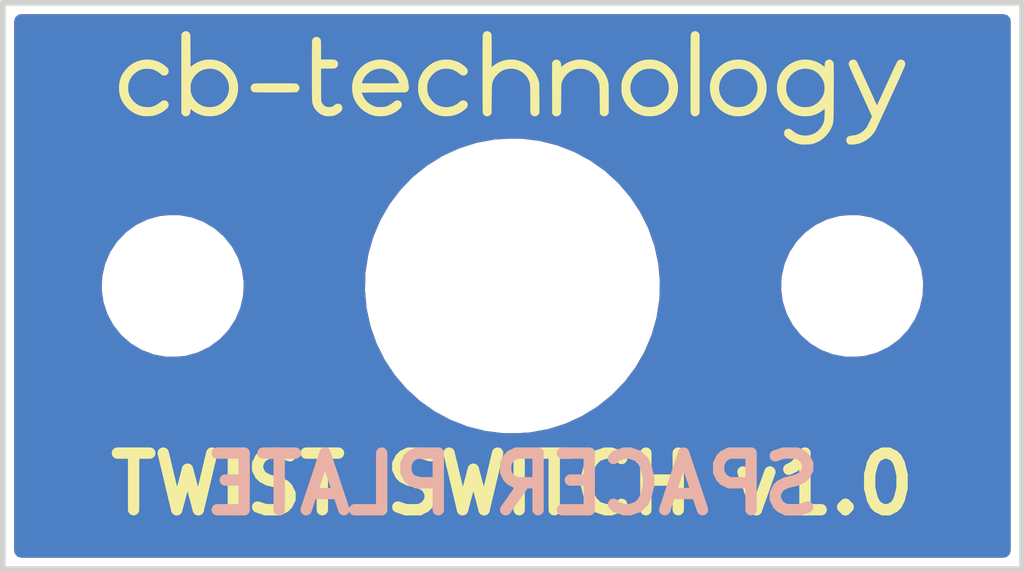
<source format=kicad_pcb>
(kicad_pcb (version 20221018) (generator pcbnew)
  (title_block (title "TWIST SWITCH SPACER PLATE") (date "2023-08-02") (rev "v1.0") (company "cb-technology"))
  (layers (0 "F.Cu" signal) (31 "B.Cu" signal) (34 "B.Paste" user) (35 "F.Paste" user) (36 "B.SilkS" user "B.Silkscreen") (37 "F.SilkS" user "F.Silkscreen") (38 "B.Mask" user) (39 "F.Mask" user) (44 "Edge.Cuts" user))
  (net 0 "")
  (footprint "LOGO" (layer "F.Cu") (at 200 146.5)
    (fp_text reference "G***" hide)
    (fp_text value "LOGO" hide)
    (fp_poly (pts (xy 3.239801 -0.998702) (xy 3.263624 -0.99037) (xy 3.265135 -0.989509) (xy 3.281186 -0.977049) (xy 3.294048 -0.96169) (xy 3.295429 -0.959384) (xy 3.305796 -0.940938) (xy 3.305796 0.445978) (xy 3.294022 0.46607) (xy 3.27762 0.485476) (xy 3.256055 0.498494) (xy 3.231443 0.504456) (xy 3.205903 0.502696) (xy 3.192133 0.498154) (xy 3.174485 0.486213) (xy 3.159306 0.468213) (xy 3.149213 0.447354) (xy 3.148439 0.444706) (xy 3.14769 0.437521) (xy 3.147022 0.421795) (xy 3.146436 0.397465) (xy 3.145932 0.364467) (xy 3.145508 0.322738) (xy 3.145165 0.272215) (xy 3.144902 0.212834) (xy 3.144719 0.144533) (xy 3.144616 0.067246) (xy 3.144592 -0.019087) (xy 3.144647 -0.114532) (xy 3.14478 -0.219151) (xy 3.144845 -0.257681) (xy 3.145016 -0.350928) (xy 3.145184 -0.435361) (xy 3.145355 -0.511429) (xy 3.145535 -0.579577) (xy 3.145731 -0.640253) (xy 3.145947 -0.693904) (xy 3.146191 -0.740977) (xy 3.146468 -0.781918) (xy 3.146784 -0.817175) (xy 3.147144 -0.847194) (xy 3.147556 -0.872423) (xy 3.148024 -0.893309) (xy 3.148556 -0.910297) (xy 3.149155 -0.923836) (xy 3.14983 -0.934373) (xy 3.150585 -0.942353) (xy 3.151427 -0.948225) (xy 3.152362 -0.952434) (xy 3.153395 -0.955429) (xy 3.15416 -0.957006) (xy 3.17014 -0.977518) (xy 3.191067 -0.991693) (xy 3.214951 -0.998949)) (fill solid) (layer "F.SilkS"))
    (fp_poly (pts (xy -4.125512 -0.078498) (xy -4.067214 -0.078465) (xy -4.016909 -0.078392) (xy -3.973963 -0.078264) (xy -3.937743 -0.078068) (xy -3.907615 -0.077788) (xy -3.882945 -0.077411) (xy -3.8631 -0.076921) (xy -3.847445 -0.076305) (xy -3.835349 -0.075547) (xy -3.826176 -0.074634) (xy -3.819293 -0.073551) (xy -3.814067 -0.072283) (xy -3.809864 -0.070816) (xy -3.807297 -0.069711) (xy -3.788159 -0.056507) (xy -3.772496 -0.037207) (xy -3.762624 -0.014907) (xy -3.761138 -0.008095) (xy -3.761744 0.014816) (xy -3.769702 0.037807) (xy -3.783519 0.058219) (xy -3.8017 0.073392) (xy -3.808941 0.077024) (xy -3.81651 0.078253) (xy -3.832461 0.07936) (xy -3.855926 0.080343) (xy -3.886039 0.081204) (xy -3.921934 0.081942) (xy -3.962742 0.082558) (xy -4.007599 0.083052) (xy -4.055637 0.083424) (xy -4.10599 0.083675) (xy -4.157791 0.083804) (xy -4.210174 0.083812) (xy -4.262271 0.083699) (xy -4.313216 0.083466) (xy -4.362144 0.083112) (xy -4.408186 0.082637) (xy -4.450476 0.082043) (xy -4.488148 0.081329) (xy -4.520335 0.080495) (xy -4.546171 0.079542) (xy -4.564788 0.07847) (xy -4.575321 0.077278) (xy -4.576952 0.076827) (xy -4.59592 0.063983) (xy -4.611161 0.044984) (xy -4.621167 0.022567) (xy -4.624432 -0.000532) (xy -4.623733 -0.008095) (xy -4.616049 -0.030693) (xy -4.60188 -0.051217) (xy -4.583541 -0.066575) (xy -4.577574 -0.069711) (xy -4.573703 -0.07132) (xy -4.569234 -0.07272) (xy -4.563535 -0.073926) (xy -4.555971 -0.074952) (xy -4.54591 -0.075812) (xy -4.532717 -0.076522) (xy -4.515758 -0.077095) (xy -4.494401 -0.077546) (xy -4.468011 -0.07789) (xy -4.435956 -0.078141) (xy -4.397601 -0.078313) (xy -4.352312 -0.078421) (xy -4.299457 -0.07848) (xy -4.238401 -0.078503) (xy -4.192435 -0.078506)) (fill solid) (layer "F.SilkS"))
    (fp_poly (pts (xy 4.069173 -0.492733) (xy 4.121985 -0.481828) (xy 4.179315 -0.462467) (xy 4.234691 -0.434849) (xy 4.287084 -0.399932) (xy 4.335462 -0.358674) (xy 4.378798 -0.312032) (xy 4.416061 -0.260963) (xy 4.446222 -0.206425) (xy 4.463374 -0.164364) (xy 4.479596 -0.104508) (xy 4.488434 -0.041144) (xy 4.489874 0.023636) (xy 4.483907 0.087738) (xy 4.470521 0.14907) (xy 4.465188 0.166222) (xy 4.440817 0.224901) (xy 4.408438 0.280165) (xy 4.368932 0.3312) (xy 4.323177 0.377189) (xy 4.272054 0.417317) (xy 4.216443 0.450768) (xy 4.157224 0.476726) (xy 4.116591 0.489358) (xy 4.083276 0.496055) (xy 4.044223 0.5007) (xy 4.002473 0.503177) (xy 3.961066 0.503375) (xy 3.923045 0.501178) (xy 3.896836 0.497569) (xy 3.830739 0.48055) (xy 3.768753 0.455235) (xy 3.710903 0.421637) (xy 3.657208 0.379769) (xy 3.620784 0.344134) (xy 3.577433 0.291781) (xy 3.542829 0.23673) (xy 3.516744 0.178434) (xy 3.498947 0.116347) (xy 3.489209 0.049922) (xy 3.487751 0.027511) (xy 3.488379 -0.016016) (xy 3.649723 -0.016016) (xy 3.650519 0.039445) (xy 3.659416 0.091059) (xy 3.676707 0.13996) (xy 3.70243 0.186883) (xy 3.737041 0.232246) (xy 3.777393 0.270407) (xy 3.823121 0.301111) (xy 3.87386 0.324101) (xy 3.914637 0.336047) (xy 3.942887 0.34025) (xy 3.976783 0.341698) (xy 4.013179 0.340547) (xy 4.048931 0.336953) (xy 4.080893 0.331072) (xy 4.095206 0.327087) (xy 4.144069 0.306956) (xy 4.188107 0.279527) (xy 4.222658 0.250018) (xy 4.260891 0.207026) (xy 4.290677 0.160367) (xy 4.311901 0.110326) (xy 4.324452 0.057191) (xy 4.328216 0.001248) (xy 4.32761 -0.016121) (xy 4.321509 -0.067724) (xy 4.309065 -0.114071) (xy 4.289558 -0.15674) (xy 4.262271 -0.197312) (xy 4.227321 -0.236523) (xy 4.206555 -0.256823) (xy 4.189474 -0.271883) (xy 4.173733 -0.283491) (xy 4.156987 -0.293435) (xy 4.143821 -0.300162) (xy 4.11041 -0.31521) (xy 4.080243 -0.325486) (xy 4.050006 -0.331742) (xy 4.016386 -0.334725) (xy 3.988717 -0.335269) (xy 3.950695 -0.334149) (xy 3.918404 -0.330288) (xy 3.88853 -0.322937) (xy 3.857759 -0.311346) (xy 3.833613 -0.300162) (xy 3.814842 -0.290329) (xy 3.798673 -0.280048) (xy 3.782759 -0.267531) (xy 3.764755 -0.250991) (xy 3.750112 -0.236523) (xy 3.714341 -0.196261) (xy 3.687096 -0.155417) (xy 3.667688 -0.112481) (xy 3.655429 -0.065942) (xy 3.649723 -0.016016) (xy 3.488379 -0.016016) (xy 3.488758 -0.042249) (xy 3.498403 -0.10869) (xy 3.516655 -0.171738) (xy 3.543486 -0.231318) (xy 3.578866 -0.287355) (xy 3.622766 -0.339773) (xy 3.637235 -0.354432) (xy 3.68954 -0.399343) (xy 3.745968 -0.436129) (xy 3.805925 -0.464635) (xy 3.868818 -0.484704) (xy 3.934053 -0.496181) (xy 4.001036 -0.49891)) (fill solid) (layer "F.SilkS"))
    (fp_poly (pts (xy -6.361626 -0.491335) (xy -6.295211 -0.475184) (xy -6.272191 -0.467427) (xy -6.240909 -0.454358) (xy -6.208562 -0.43775) (xy -6.176655 -0.418663) (xy -6.146697 -0.398162) (xy -6.120194 -0.377308) (xy -6.098655 -0.357165) (xy -6.083585 -0.338795) (xy -6.07935 -0.331462) (xy -6.071456 -0.306083) (xy -6.071603 -0.281442) (xy -6.078781 -0.258859) (xy -6.091979 -0.239652) (xy -6.110189 -0.225141) (xy -6.132398 -0.216645) (xy -6.157597 -0.215483) (xy -6.166968 -0.21706) (xy -6.176351 -0.219364) (xy -6.184231 -0.222202) (xy -6.192331 -0.226677) (xy -6.202376 -0.233896) (xy -6.216091 -0.244964) (xy -6.234233 -0.26017) (xy -6.273491 -0.288313) (xy -6.317404 -0.31125) (xy -6.361575 -0.326886) (xy -6.387344 -0.331707) (xy -6.418895 -0.334511) (xy -6.453056 -0.335288) (xy -6.486658 -0.33403) (xy -6.516528 -0.330728) (xy -6.532884 -0.327366) (xy -6.584378 -0.309076) (xy -6.632206 -0.282732) (xy -6.675388 -0.24914) (xy -6.712945 -0.209107) (xy -6.743897 -0.16344) (xy -6.753201 -0.145844) (xy -6.77029 -0.105881) (xy -6.781107 -0.067017) (xy -6.786257 -0.026202) (xy -6.786345 0.019613) (xy -6.786288 0.020835) (xy -6.780393 0.074192) (xy -6.76765 0.122244) (xy -6.747435 0.166403) (xy -6.719121 0.208081) (xy -6.687988 0.242846) (xy -6.647626 0.278659) (xy -6.6058 0.305836) (xy -6.561146 0.324977) (xy -6.512301 0.33668) (xy -6.463434 0.341355) (xy -6.427437 0.341779) (xy -6.39755 0.339783) (xy -6.375465 0.336198) (xy -6.340123 0.325802) (xy -6.302488 0.309546) (xy -6.265729 0.289048) (xy -6.233013 0.265925) (xy -6.225487 0.259618) (xy -6.203155 0.241589) (xy -6.184181 0.230048) (xy -6.166376 0.224072) (xy -6.147549 0.222736) (xy -6.139388 0.22328) (xy -6.113973 0.229919) (xy -6.093526 0.244097) (xy -6.07899 0.265154) (xy -6.078709 0.265765) (xy -6.071358 0.288129) (xy -6.070483 0.309578) (xy -6.076476 0.330752) (xy -6.089723 0.35229) (xy -6.110616 0.374831) (xy -6.139541 0.399014) (xy -6.175227 0.424368) (xy -6.226884 0.454223) (xy -6.28315 0.478183) (xy -6.32685 0.49149) (xy -6.353338 0.496467) (xy -6.38623 0.500121) (xy -6.42275 0.502366) (xy -6.460126 0.503117) (xy -6.495584 0.502287) (xy -6.52635 0.499792) (xy -6.538341 0.498029) (xy -6.602262 0.482086) (xy -6.663365 0.457461) (xy -6.721124 0.424445) (xy -6.77501 0.383329) (xy -6.813582 0.34628) (xy -6.85745 0.293959) (xy -6.892591 0.238872) (xy -6.919135 0.18067) (xy -6.937209 0.119007) (xy -6.94694 0.053536) (xy -6.948456 -0.01609) (xy -6.94829 -0.020386) (xy -6.942373 -0.083827) (xy -6.929904 -0.141871) (xy -6.910393 -0.19612) (xy -6.883352 -0.248177) (xy -6.874317 -0.262651) (xy -6.832939 -0.318579) (xy -6.786103 -0.367408) (xy -6.734477 -0.408911) (xy -6.678732 -0.44286) (xy -6.619537 -0.469028) (xy -6.557559 -0.487187) (xy -6.493469 -0.497109) (xy -6.427935 -0.498568)) (fill solid) (layer "F.SilkS"))
    (fp_poly (pts (xy -3.431214 -0.894011) (xy -3.409116 -0.881762) (xy -3.392168 -0.862005) (xy -3.38915 -0.856571) (xy -3.386727 -0.851394) (xy -3.384766 -0.845677) (xy -3.383219 -0.838435) (xy -3.382037 -0.828684) (xy -3.381171 -0.81544) (xy -3.380572 -0.797721) (xy -3.380192 -0.77454) (xy -3.379982 -0.744916) (xy -3.379893 -0.707863) (xy -3.379876 -0.669215) (xy -3.379876 -0.500037) (xy -3.262969 -0.499935) (xy -3.222998 -0.499773) (xy -3.191109 -0.49923) (xy -3.166125 -0.498103) (xy -3.146869 -0.496189) (xy -3.132167 -0.493288) (xy -3.12084 -0.489195) (xy -3.111712 -0.483708) (xy -3.103608 -0.476626) (xy -3.098914 -0.47171) (xy -3.085317 -0.450579) (xy -3.079398 -0.426806) (xy -3.080823 -0.402387) (xy -3.089257 -0.37932) (xy -3.104365 -0.359602) (xy -3.119617 -0.348355) (xy -3.125556 -0.345215) (xy -3.131643 -0.342782) (xy -3.139089 -0.340966) (xy -3.149106 -0.339678) (xy -3.162909 -0.338826) (xy -3.18171 -0.338322) (xy -3.206721 -0.338075) (xy -3.239155 -0.337994) (xy -3.259136 -0.337988) (xy -3.380208 -0.337988) (xy -3.378885 -0.049772) (xy -3.377561 0.238443) (xy -3.364643 0.264749) (xy -3.346284 0.29332) (xy -3.321527 0.316366) (xy -3.29988 0.329823) (xy -3.288078 0.335165) (xy -3.275455 0.338355) (xy -3.259119 0.339886) (xy -3.238662 0.340252) (xy -3.214983 0.339623) (xy -3.196606 0.336999) (xy -3.180586 0.331305) (xy -3.163978 0.321465) (xy -3.143835 0.306404) (xy -3.142015 0.304967) (xy -3.115164 0.288228) (xy -3.088599 0.280673) (xy -3.062476 0.282314) (xy -3.036951 0.293168) (xy -3.034286 0.294859) (xy -3.017925 0.310773) (xy -3.007024 0.332167) (xy -3.002463 0.356476) (xy -3.004934 0.380427) (xy -3.013818 0.399187) (xy -3.030145 0.419248) (xy -3.05243 0.439466) (xy -3.079186 0.458695) (xy -3.108928 0.475787) (xy -3.14017 0.489598) (xy -3.151712 0.493615) (xy -3.170439 0.497752) (xy -3.195532 0.500733) (xy -3.224161 0.502479) (xy -3.253496 0.502912) (xy -3.280707 0.501955) (xy -3.302963 0.49953) (xy -3.310427 0.497985) (xy -3.357731 0.481415) (xy -3.401586 0.45726) (xy -3.441034 0.426527) (xy -3.475118 0.390222) (xy -3.502883 0.349354) (xy -3.52337 0.304928) (xy -3.535004 0.261588) (xy -3.536054 0.254355) (xy -3.536993 0.244758) (xy -3.537825 0.232297) (xy -3.538558 0.216469) (xy -3.539198 0.196772) (xy -3.53975 0.172707) (xy -3.54022 0.14377) (xy -3.540615 0.109461) (xy -3.54094 0.069277) (xy -3.541202 0.022718) (xy -3.541406 -0.030718) (xy -3.541559 -0.091533) (xy -3.541666 -0.160229) (xy -3.541735 -0.237306) (xy -3.541763 -0.300978) (xy -3.541749 -0.38669) (xy -3.541654 -0.465914) (xy -3.541479 -0.538377) (xy -3.541227 -0.603805) (xy -3.5409 -0.661925) (xy -3.540501 -0.712464) (xy -3.540031 -0.755149) (xy -3.539493 -0.789705) (xy -3.53889 -0.81586) (xy -3.538222 -0.83334) (xy -3.537493 -0.841872) (xy -3.537386 -0.842336) (xy -3.528399 -0.860595) (xy -3.513452 -0.878036) (xy -3.495483 -0.891265) (xy -3.494698 -0.891682) (xy -3.482718 -0.895499) (xy -3.466334 -0.897852) (xy -3.457575 -0.898214)) (fill solid) (layer "F.SilkS"))
    (fp_poly (pts (xy -1.121689 -0.496434) (xy -1.05892 -0.48694) (xy -0.998166 -0.46993) (xy -0.940434 -0.445572) (xy -0.886733 -0.414032) (xy -0.838071 -0.375476) (xy -0.82799 -0.365919) (xy -0.810707 -0.347873) (xy -0.799569 -0.333243) (xy -0.793171 -0.320083) (xy -0.791911 -0.315927) (xy -0.788988 -0.288983) (xy -0.794169 -0.264436) (xy -0.806452 -0.243609) (xy -0.824834 -0.227821) (xy -0.848311 -0.218394) (xy -0.86759 -0.216286) (xy -0.881934 -0.216885) (xy -0.894078 -0.219357) (xy -0.906072 -0.224712) (xy -0.919963 -0.233964) (xy -0.937797 -0.248122) (xy -0.946144 -0.255092) (xy -0.993235 -0.288736) (xy -1.044993 -0.314385) (xy -1.074152 -0.324681) (xy -1.102785 -0.330996) (xy -1.137118 -0.334692) (xy -1.173959 -0.33573) (xy -1.210114 -0.334073) (xy -1.242392 -0.329682) (xy -1.254721 -0.326826) (xy -1.305171 -0.308426) (xy -1.352372 -0.281967) (xy -1.395166 -0.248413) (xy -1.432396 -0.208724) (xy -1.462905 -0.163864) (xy -1.472406 -0.145844) (xy -1.487208 -0.11161) (xy -1.49705 -0.078614) (xy -1.502626 -0.04365) (xy -1.504635 -0.00351) (xy -1.504671 0.002732) (xy -1.501352 0.057535) (xy -1.490898 0.107132) (xy -1.472799 0.152762) (xy -1.446543 0.195667) (xy -1.411618 0.237086) (xy -1.405381 0.243468) (xy -1.385313 0.263042) (xy -1.368603 0.277583) (xy -1.352572 0.289078) (xy -1.334538 0.299516) (xy -1.319541 0.307134) (xy -1.267487 0.327807) (xy -1.213969 0.339785) (xy -1.15997 0.343142) (xy -1.106472 0.337953) (xy -1.054457 0.324291) (xy -1.004906 0.302232) (xy -0.97069 0.28075) (xy -0.955346 0.269291) (xy -0.941933 0.25842) (xy -0.93323 0.250394) (xy -0.932938 0.250075) (xy -0.912895 0.234296) (xy -0.888447 0.225038) (xy -0.862198 0.22277) (xy -0.836753 0.22796) (xy -0.829046 0.231354) (xy -0.809856 0.245975) (xy -0.796586 0.266018) (xy -0.789729 0.2894) (xy -0.789778 0.314041) (xy -0.797225 0.337859) (xy -0.8019 0.345964) (xy -0.818199 0.365551) (xy -0.841657 0.38683) (xy -0.870605 0.408707) (xy -0.903371 0.430087) (xy -0.938286 0.449877) (xy -0.973678 0.466982) (xy -1.006188 0.479738) (xy -1.052592 0.492269) (xy -1.1042 0.500547) (xy -1.157878 0.504346) (xy -1.210492 0.503441) (xy -1.257804 0.497811) (xy -1.312981 0.484279) (xy -1.367383 0.463544) (xy -1.394553 0.450485) (xy -1.430597 0.430257) (xy -1.463404 0.407675) (xy -1.495393 0.380872) (xy -1.528984 0.347982) (xy -1.533419 0.343347) (xy -1.575994 0.293044) (xy -1.610009 0.240338) (xy -1.636083 0.184061) (xy -1.654832 0.123043) (xy -1.658535 0.106489) (xy -1.663243 0.074694) (xy -1.66578 0.03706) (xy -1.666213 -0.003645) (xy -1.664607 -0.044649) (xy -1.66103 -0.083181) (xy -1.655547 -0.116472) (xy -1.652937 -0.127324) (xy -1.641769 -0.161508) (xy -1.626214 -0.199092) (xy -1.607937 -0.236469) (xy -1.588606 -0.27003) (xy -1.583155 -0.278366) (xy -1.555924 -0.313589) (xy -1.522217 -0.349187) (xy -1.484193 -0.383337) (xy -1.444011 -0.414219) (xy -1.403833 -0.440008) (xy -1.372741 -0.455927) (xy -1.311998 -0.47816) (xy -1.249236 -0.492211) (xy -1.185463 -0.498247)) (fill solid) (layer "F.SilkS"))
    (fp_poly (pts (xy 2.507644 -0.49238) (xy 2.571826 -0.477159) (xy 2.633289 -0.453374) (xy 2.69141 -0.421246) (xy 2.745567 -0.380993) (xy 2.773507 -0.355403) (xy 2.820208 -0.303492) (xy 2.858321 -0.248122) (xy 2.887871 -0.189245) (xy 2.908881 -0.126808) (xy 2.921373 -0.06076) (xy 2.924456 -0.02596) (xy 2.924025 0.04335) (xy 2.914794 0.109859) (xy 2.896857 0.173323) (xy 2.870306 0.233498) (xy 2.835235 0.290139) (xy 2.791737 0.343003) (xy 2.778668 0.356489) (xy 2.727639 0.401921) (xy 2.674043 0.438715) (xy 2.617121 0.467319) (xy 2.55611 0.488176) (xy 2.551662 0.489358) (xy 2.518347 0.496055) (xy 2.479294 0.5007) (xy 2.437544 0.503177) (xy 2.396137 0.503375) (xy 2.358116 0.501178) (xy 2.331907 0.497569) (xy 2.266904 0.480708) (xy 2.205448 0.455669) (xy 2.148201 0.423067) (xy 2.095825 0.383516) (xy 2.048981 0.337632) (xy 2.008331 0.286029) (xy 1.974535 0.229321) (xy 1.948256 0.168123) (xy 1.936553 0.130189) (xy 1.931913 0.111551) (xy 1.928625 0.094713) (xy 1.926447 0.077321) (xy 1.92514 0.057021) (xy 1.924465 0.03146) (xy 1.924286 0.013697) (xy 2.083046 0.013697) (xy 2.088732 0.066954) (xy 2.103072 0.118646) (xy 2.125946 0.168033) (xy 2.157232 0.214376) (xy 2.183029 0.243549) (xy 2.223708 0.279236) (xy 2.268311 0.306963) (xy 2.317889 0.327311) (xy 2.349708 0.336047) (xy 2.375022 0.339825) (xy 2.406228 0.341378) (xy 2.440261 0.340831) (xy 2.474057 0.338311) (xy 2.50455 0.333943) (xy 2.525647 0.32885) (xy 2.57565 0.308395) (xy 2.621859 0.279935) (xy 2.663351 0.244271) (xy 2.6992 0.202201) (xy 2.728483 0.154525) (xy 2.729527 0.152469) (xy 2.748498 0.104851) (xy 2.759771 0.053629) (xy 2.763276 0.000451) (xy 2.758945 -0.053038) (xy 2.746706 -0.105191) (xy 2.741105 -0.121339) (xy 2.722043 -0.160952) (xy 2.695577 -0.199974) (xy 2.663464 -0.236475) (xy 2.627461 -0.268528) (xy 2.589327 -0.294204) (xy 2.578074 -0.300205) (xy 2.545374 -0.315201) (xy 2.515478 -0.325469) (xy 2.485184 -0.331736) (xy 2.451293 -0.334731) (xy 2.423788 -0.335269) (xy 2.385766 -0.334149) (xy 2.353475 -0.330288) (xy 2.323601 -0.322937) (xy 2.29283 -0.311346) (xy 2.268684 -0.300162) (xy 2.249832 -0.290273) (xy 2.233498 -0.279868) (xy 2.217336 -0.267164) (xy 2.199003 -0.250381) (xy 2.184816 -0.236447) (xy 2.165186 -0.216375) (xy 2.150665 -0.200059) (xy 2.139457 -0.185081) (xy 2.129765 -0.169028) (xy 2.119794 -0.149482) (xy 2.119118 -0.148082) (xy 2.098118 -0.09456) (xy 2.086134 -0.040388) (xy 2.083046 0.013697) (xy 1.924286 0.013697) (xy 1.924241 0.00926) (xy 1.924365 -0.025805) (xy 1.925343 -0.053863) (xy 1.927327 -0.077141) (xy 1.930473 -0.097864) (xy 1.932208 -0.106489) (xy 1.950014 -0.16773) (xy 1.976215 -0.226421) (xy 2.010093 -0.281664) (xy 2.050932 -0.332564) (xy 2.098016 -0.378224) (xy 2.150627 -0.417745) (xy 2.206179 -0.449328) (xy 2.247449 -0.467565) (xy 2.287062 -0.480827) (xy 2.32864 -0.490128) (xy 2.373611 -0.496258) (xy 2.441365 -0.49882)) (fill solid) (layer "F.SilkS"))
    (fp_poly (pts (xy 1.267975 -0.494479) (xy 1.330975 -0.481995) (xy 1.39199 -0.461366) (xy 1.450064 -0.432558) (xy 1.471323 -0.419355) (xy 1.52598 -0.378003) (xy 1.574274 -0.330426) (xy 1.615685 -0.277374) (xy 1.649692 -0.219598) (xy 1.675774 -0.15785) (xy 1.691518 -0.101921) (xy 1.693622 -0.091906) (xy 1.695398 -0.082075) (xy 1.696874 -0.07157) (xy 1.698078 -0.059533) (xy 1.699039 -0.045107) (xy 1.699785 -0.027432) (xy 1.700345 -0.005651) (xy 1.700747 0.021095) (xy 1.701019 0.053663) (xy 1.70119 0.092913) (xy 1.701288 0.139701) (xy 1.701341 0.194886) (xy 1.701342 0.195207) (xy 1.701513 0.44829) (xy 1.687623 0.467896) (xy 1.668118 0.488631) (xy 1.645113 0.500957) (xy 1.62126 0.504666) (xy 1.594268 0.500374) (xy 1.571048 0.487866) (xy 1.556565 0.473132) (xy 1.544094 0.45679) (xy 1.541464 0.204088) (xy 1.540876 0.149012) (xy 1.540328 0.102363) (xy 1.539784 0.063307) (xy 1.539208 0.031011) (xy 1.538563 0.004642) (xy 1.537812 -0.016635) (xy 1.53692 -0.033651) (xy 1.53585 -0.04724) (xy 1.534566 -0.058236) (xy 1.533031 -0.067472) (xy 1.531209 -0.075781) (xy 1.529063 -0.083996) (xy 1.528861 -0.084731) (xy 1.510019 -0.136251) (xy 1.483454 -0.183819) (xy 1.450033 -0.226568) (xy 1.410622 -0.263629) (xy 1.366086 -0.294135) (xy 1.317293 -0.317217) (xy 1.287131 -0.326929) (xy 1.261855 -0.331665) (xy 1.230665 -0.334443) (xy 1.19664 -0.335264) (xy 1.162859 -0.334131) (xy 1.132402 -0.331046) (xy 1.111192 -0.326826) (xy 1.059749 -0.308148) (xy 1.012302 -0.281495) (xy 0.969572 -0.247551) (xy 0.932283 -0.207003) (xy 0.901156 -0.160539) (xy 0.876915 -0.108843) (xy 0.874338 -0.101859) (xy 0.872031 -0.09526) (xy 0.870072 -0.088847) (xy 0.868424 -0.081826) (xy 0.867051 -0.073398) (xy 0.865917 -0.062766) (xy 0.864987 -0.049134) (xy 0.864223 -0.031703) (xy 0.86359 -0.009678) (xy 0.863052 0.017739) (xy 0.862573 0.051345) (xy 0.862117 0.091937) (xy 0.861647 0.140312) (xy 0.861209 0.18828) (xy 0.858859 0.448324) (xy 0.844969 0.467914) (xy 0.833357 0.481426) (xy 0.820167 0.492792) (xy 0.814946 0.496085) (xy 0.793814 0.502906) (xy 0.76973 0.50396) (xy 0.747027 0.499201) (xy 0.741626 0.49688) (xy 0.728717 0.488093) (xy 0.716175 0.47591) (xy 0.713847 0.47304) (xy 0.70144 0.456775) (xy 0.700144 0.011937) (xy 0.699986 -0.051648) (xy 0.699885 -0.112732) (xy 0.699841 -0.170663) (xy 0.699851 -0.224788) (xy 0.699913 -0.274455) (xy 0.700026 -0.319012) (xy 0.700188 -0.357805) (xy 0.700397 -0.390182) (xy 0.700651 -0.415492) (xy 0.700949 -0.43308) (xy 0.701288 -0.442296) (xy 0.701419 -0.443436) (xy 0.705948 -0.452878) (xy 0.714654 -0.465293) (xy 0.720576 -0.472329) (xy 0.741007 -0.488841) (xy 0.764243 -0.497513) (xy 0.788457 -0.498207) (xy 0.811819 -0.490785) (xy 0.82706 -0.480359) (xy 0.841435 -0.465535) (xy 0.851004 -0.449421) (xy 0.856966 -0.429307) (xy 0.860256 -0.405375) (xy 0.863489 -0.371371) (xy 0.901685 -0.400131) (xy 0.956569 -0.435844) (xy 1.015191 -0.463604) (xy 1.076597 -0.48338) (xy 1.139832 -0.49514) (xy 1.203943 -0.49885)) (fill solid) (layer "F.SilkS"))
    (fp_poly (pts (xy -2.287631 -0.497384) (xy -2.222715 -0.487599) (xy -2.159288 -0.469256) (xy -2.102345 -0.444415) (xy -2.044475 -0.409708) (xy -1.992463 -0.368394) (xy -1.946782 -0.321193) (xy -1.907904 -0.268826) (xy -1.876301 -0.212014) (xy -1.852446 -0.151476) (xy -1.836811 -0.087932) (xy -1.830201 -0.029578) (xy -1.829155 -0.006668) (xy -1.829019 0.009283) (xy -1.830056 0.020553) (xy -1.832532 0.029421) (xy -1.83671 0.038164) (xy -1.838422 0.041257) (xy -1.848862 0.055639) (xy -1.861716 0.06803) (xy -1.865701 0.070836) (xy -1.882082 0.081024) (xy -2.271828 0.083339) (xy -2.661575 0.085654) (xy -2.646745 0.125009) (xy -2.62308 0.17498) (xy -2.591922 0.219984) (xy -2.554001 0.259317) (xy -2.510046 0.292273) (xy -2.460785 0.31815) (xy -2.437678 0.32709) (xy -2.422016 0.332259) (xy -2.408374 0.335839) (xy -2.394403 0.338123) (xy -2.377753 0.339405) (xy -2.356076 0.33998) (xy -2.333504 0.340128) (xy -2.305068 0.339994) (xy -2.283514 0.339259) (xy -2.266472 0.337674) (xy -2.25157 0.334993) (xy -2.236437 0.330968) (xy -2.231644 0.329507) (xy -2.193632 0.315178) (xy -2.157726 0.296044) (xy -2.121389 0.270659) (xy -2.104965 0.257435) (xy -2.083546 0.240799) (xy -2.065712 0.229425) (xy -2.052745 0.224128) (xy -2.052585 0.224097) (xy -2.024226 0.222647) (xy -1.999156 0.228829) (xy -1.97852 0.241764) (xy -1.963466 0.260578) (xy -1.955142 0.284393) (xy -1.953846 0.299547) (xy -1.954997 0.317826) (xy -1.959263 0.333098) (xy -1.96786 0.347612) (xy -1.982006 0.36362) (xy -1.99554 0.376622) (xy -2.046861 0.417874) (xy -2.103493 0.45168) (xy -2.16481 0.477699) (xy -2.202912 0.489256) (xy -2.236964 0.4961) (xy -2.27672 0.500801) (xy -2.319104 0.503244) (xy -2.36104 0.503315) (xy -2.399454 0.500899) (xy -2.423685 0.497465) (xy -2.487738 0.480747) (xy -2.54891 0.455528) (xy -2.60646 0.422316) (xy -2.659647 0.38162) (xy -2.70773 0.333949) (xy -2.749968 0.27981) (xy -2.757531 0.268433) (xy -2.786722 0.215092) (xy -2.808905 0.156882) (xy -2.823881 0.095211) (xy -2.831448 0.031487) (xy -2.831407 -0.032879) (xy -2.82575 -0.078709) (xy -2.658759 -0.078709) (xy -2.329452 -0.078709) (xy -2.275153 -0.078731) (xy -2.223647 -0.078794) (xy -2.175668 -0.078895) (xy -2.131952 -0.079029) (xy -2.093234 -0.079194) (xy -2.060249 -0.079387) (xy -2.033731 -0.079602) (xy -2.014416 -0.079837) (xy -2.003039 -0.080089) (xy -2.000146 -0.0803) (xy -2.001531 -0.085168) (xy -2.005127 -0.096198) (xy -2.009197 -0.108197) (xy -2.031129 -0.15833) (xy -2.060223 -0.203397) (xy -2.095598 -0.242857) (xy -2.136376 -0.276169) (xy -2.181675 -0.302793) (xy -2.230618 -0.322186) (xy -2.282322 -0.33381) (xy -2.335909 -0.337121) (xy -2.376344 -0.333891) (xy -2.428209 -0.322957) (xy -2.475146 -0.305166) (xy -2.518577 -0.279792) (xy -2.559925 -0.246111) (xy -2.5725 -0.233912) (xy -2.592224 -0.213117) (xy -2.607087 -0.194719) (xy -2.619503 -0.17539) (xy -2.631571 -0.152442) (xy -2.640942 -0.132526) (xy -2.64886 -0.114079) (xy -2.654261 -0.099664) (xy -2.655904 -0.093757) (xy -2.658759 -0.078709) (xy -2.82575 -0.078709) (xy -2.823557 -0.09648) (xy -2.814856 -0.134269) (xy -2.804552 -0.164962) (xy -2.789875 -0.199476) (xy -2.772434 -0.23456) (xy -2.753834 -0.266965) (xy -2.736918 -0.291835) (xy -2.715796 -0.317201) (xy -2.68999 -0.344453) (xy -2.661845 -0.371377) (xy -2.633707 -0.395757) (xy -2.607921 -0.415378) (xy -2.60166 -0.419577) (xy -2.543396 -0.45188) (xy -2.48192 -0.475859) (xy -2.418174 -0.491467) (xy -2.353098 -0.498658)) (fill solid) (layer "F.SilkS"))
    (fp_poly (pts (xy -5.748912 -0.998259) (xy -5.726779 -0.988937) (xy -5.70768 -0.972464) (xy -5.694351 -0.951458) (xy -5.69258 -0.947173) (xy -5.691071 -0.942099) (xy -5.689802 -0.935506) (xy -5.688753 -0.926662) (xy -5.687901 -0.914837) (xy -5.687227 -0.8993) (xy -5.686709 -0.879321) (xy -5.686325 -0.854168) (xy -5.686055 -0.82311) (xy -5.685879 -0.785417) (xy -5.685773 -0.740358) (xy -5.685719 -0.687202) (xy -5.685702 -0.651668) (xy -5.685622 -0.601582) (xy -5.685429 -0.55435) (xy -5.685133 -0.510766) (xy -5.684745 -0.471626) (xy -5.684276 -0.437724) (xy -5.683738 -0.409856) (xy -5.683141 -0.388818) (xy -5.682497 -0.375405) (xy -5.681816 -0.370412) (xy -5.681777 -0.370397) (xy -5.676289 -0.373466) (xy -5.668063 -0.380937) (xy -5.667269 -0.381771) (xy -5.658303 -0.38979) (xy -5.644279 -0.400685) (xy -5.627939 -0.412343) (xy -5.62476 -0.414496) (xy -5.566771 -0.447994) (xy -5.505717 -0.473117) (xy -5.442475 -0.48986) (xy -5.377922 -0.498212) (xy -5.312934 -0.498168) (xy -5.248389 -0.489719) (xy -5.185163 -0.472857) (xy -5.124135 -0.447574) (xy -5.074525 -0.419382) (xy -5.049036 -0.400824) (xy -5.020713 -0.376794) (xy -4.991856 -0.349528) (xy -4.964763 -0.321262) (xy -4.941731 -0.294232) (xy -4.930892 -0.279643) (xy -4.896775 -0.222274) (xy -4.870958 -0.161207) (xy -4.853639 -0.097236) (xy -4.84502 -0.031153) (xy -4.845301 0.036247) (xy -4.846785 0.0532) (xy -4.857721 0.120418) (xy -4.876167 0.182504) (xy -4.902478 0.240208) (xy -4.937011 0.294277) (xy -4.980119 0.345458) (xy -4.990998 0.356614) (xy -5.042587 0.402548) (xy -5.096838 0.439684) (xy -5.154163 0.468205) (xy -5.214974 0.488294) (xy -5.279681 0.500135) (xy -5.319832 0.503326) (xy -5.388345 0.502689) (xy -5.452225 0.494339) (xy -5.512339 0.478015) (xy -5.569556 0.453452) (xy -5.624743 0.420389) (xy -5.647403 0.403997) (xy -5.6856 0.374963) (xy -5.685702 0.406247) (xy -5.689136 0.438519) (xy -5.698968 0.465186) (xy -5.714833 0.485595) (xy -5.736365 0.499092) (xy -5.737988 0.499728) (xy -5.762464 0.504542) (xy -5.787779 0.501927) (xy -5.807785 0.493716) (xy -5.822076 0.482327) (xy -5.834635 0.467949) (xy -5.836699 0.464803) (xy -5.847601 0.446792) (xy -5.847616 0.002315) (xy -5.682991 0.002315) (xy -5.682861 0.030224) (xy -5.682268 0.051152) (xy -5.680945 0.067374) (xy -5.678627 0.081169) (xy -5.675046 0.094812) (xy -5.670538 0.108804) (xy -5.64841 0.160478) (xy -5.618856 0.207194) (xy -5.582613 0.248266) (xy -5.540414 0.283011) (xy -5.492994 0.310744) (xy -5.441089 0.330779) (xy -5.428637 0.334215) (xy -5.395723 0.339873) (xy -5.357543 0.34198) (xy -5.317324 0.340669) (xy -5.278293 0.336076) (xy -5.243679 0.328336) (xy -5.23695 0.326215) (xy -5.187821 0.305031) (xy -5.143292 0.276538) (xy -5.103946 0.24169) (xy -5.070369 0.201442) (xy -5.043144 0.156747) (xy -5.022856 0.108559) (xy -5.01009 0.057834) (xy -5.00543 0.005524) (xy -5.009179 -0.045644) (xy -5.020936 -0.097972) (xy -5.039415 -0.144984) (xy -5.065397 -0.188193) (xy -5.099665 -0.22911) (xy -5.108889 -0.238443) (xy -5.148248 -0.272906) (xy -5.188477 -0.299068) (xy -5.231471 -0.317832) (xy -5.279125 -0.3301) (xy -5.311075 -0.334755) (xy -5.366803 -0.336437) (xy -5.420899 -0.329168) (xy -5.472593 -0.313219) (xy -5.521114 -0.28886) (xy -5.565691 -0.256359) (xy -5.584205 -0.239203) (xy -5.620942 -0.196574) (xy -5.650444 -0.149439) (xy -5.670086 -0.104174) (xy -5.675158 -0.088879) (xy -5.678697 -0.075608) (xy -5.680976 -0.062101) (xy -5.682269 -0.046104) (xy -5.682849 -0.025357) (xy -5.682991 0.002315) (xy -5.847616 0.002315) (xy -5.847649 -0.94266) (xy -5.835316 -0.96168) (xy -5.817281 -0.98214) (xy -5.795787 -0.994978) (xy -5.772456 -1.000312)) (fill solid) (layer "F.SilkS"))
    (fp_poly (pts (xy -0.420558 -0.995743) (xy -0.398776 -0.983889) (xy -0.38098 -0.966213) (xy -0.370692 -0.947684) (xy -0.369491 -0.939666) (xy -0.368457 -0.922415) (xy -0.367591 -0.895925) (xy -0.366893 -0.860195) (xy -0.366363 -0.815219) (xy -0.366 -0.760995) (xy -0.365805 -0.697519) (xy -0.365768 -0.650156) (xy -0.365768 -0.365661) (xy -0.339145 -0.387346) (xy -0.284512 -0.426055) (xy -0.226076 -0.456686) (xy -0.164703 -0.479148) (xy -0.101258 -0.49335) (xy -0.036606 -0.499201) (xy 0.028388 -0.49661) (xy 0.092859 -0.485486) (xy 0.15594 -0.465738) (xy 0.203379 -0.444415) (xy 0.261028 -0.409679) (xy 0.313372 -0.367765) (xy 0.359751 -0.319488) (xy 0.399503 -0.265665) (xy 0.431965 -0.207109) (xy 0.456478 -0.144636) (xy 0.462099 -0.12556) (xy 0.47425 -0.081024) (xy 0.475814 0.181815) (xy 0.477379 0.444655) (xy 0.466765 0.46354) (xy 0.450728 0.483552) (xy 0.429929 0.4971) (xy 0.406334 0.503846) (xy 0.381906 0.503456) (xy 0.35861 0.495592) (xy 0.343164 0.484681) (xy 0.334057 0.473813) (xy 0.325305 0.459546) (xy 0.323588 0.456052) (xy 0.321668 0.451389) (xy 0.320057 0.445896) (xy 0.318727 0.438764) (xy 0.317652 0.429188) (xy 0.316805 0.41636) (xy 0.316156 0.399474) (xy 0.315681 0.377722) (xy 0.31535 0.350298) (xy 0.315136 0.316394) (xy 0.315013 0.275205) (xy 0.314953 0.225923) (xy 0.314939 0.201096) (xy 0.314878 0.144235) (xy 0.314709 0.095767) (xy 0.314372 0.054829) (xy 0.313809 0.020554) (xy 0.312959 -0.007923) (xy 0.311764 -0.031468) (xy 0.310164 -0.050946) (xy 0.308101 -0.067223) (xy 0.305516 -0.081164) (xy 0.302348 -0.093634) (xy 0.298539 -0.105499) (xy 0.294029 -0.117625) (xy 0.292951 -0.120379) (xy 0.268826 -0.169605) (xy 0.237764 -0.21356) (xy 0.200663 -0.251699) (xy 0.158422 -0.283474) (xy 0.111941 -0.308339) (xy 0.062118 -0.325749) (xy 0.009853 -0.335157) (xy -0.043955 -0.336016) (xy -0.059613 -0.334601) (xy -0.083457 -0.331186) (xy -0.107969 -0.32656) (xy -0.128899 -0.321557) (xy -0.134269 -0.319973) (xy -0.17615 -0.302404) (xy -0.217154 -0.277129) (xy -0.255605 -0.24567) (xy -0.289826 -0.209546) (xy -0.31814 -0.170277) (xy -0.335412 -0.137618) (xy -0.341076 -0.124741) (xy -0.345898 -0.113177) (xy -0.349954 -0.102077) (xy -0.35332 -0.090592) (xy -0.356073 -0.077872) (xy -0.358288 -0.06307) (xy -0.360041 -0.045336) (xy -0.361409 -0.023821) (xy -0.362467 0.002324) (xy -0.363293 0.033948) (xy -0.363961 0.0719) (xy -0.364548 0.117029) (xy -0.365129 0.170183) (xy -0.365412 0.197122) (xy -0.368083 0.452119) (xy -0.379578 0.468886) (xy -0.397718 0.48783) (xy -0.420363 0.499963) (xy -0.445398 0.504663) (xy -0.470704 0.501308) (xy -0.479202 0.498131) (xy -0.499889 0.483979) (xy -0.51602 0.46237) (xy -0.52065 0.452665) (xy -0.521634 0.449565) (xy -0.522524 0.44491) (xy -0.523325 0.438258) (xy -0.524042 0.42917) (xy -0.524679 0.417205) (xy -0.525241 0.401924) (xy -0.525732 0.382886) (xy -0.526157 0.35965) (xy -0.526519 0.331778) (xy -0.526824 0.298828) (xy -0.527076 0.26036) (xy -0.527279 0.215936) (xy -0.527437 0.165113) (xy -0.527556 0.107452) (xy -0.527639 0.042514) (xy -0.527691 -0.030143) (xy -0.527717 -0.110958) (xy -0.52772 -0.200372) (xy -0.527715 -0.248712) (xy -0.527697 -0.341801) (xy -0.52767 -0.426081) (xy -0.527628 -0.502003) (xy -0.527566 -0.570019) (xy -0.527477 -0.630579) (xy -0.527356 -0.684135) (xy -0.527199 -0.731138) (xy -0.526998 -0.772039) (xy -0.526749 -0.807289) (xy -0.526446 -0.837339) (xy -0.526083 -0.862641) (xy -0.525656 -0.883645) (xy -0.525158 -0.900803) (xy -0.524584 -0.914565) (xy -0.523928 -0.925383) (xy -0.523184 -0.933709) (xy -0.522348 -0.939992) (xy -0.521414 -0.944685) (xy -0.520376 -0.948238) (xy -0.519228 -0.951102) (xy -0.519066 -0.951458) (xy -0.503925 -0.975195) (xy -0.484006 -0.991008) (xy -0.459167 -0.998988) (xy -0.443946 -1.000073)) (fill solid) (layer "F.SilkS"))
    (fp_poly (pts (xy 6.033707 -0.496904) (xy 6.055351 -0.489019) (xy 6.074486 -0.473787) (xy 6.080012 -0.467019) (xy 6.083592 -0.460561) (xy 6.090697 -0.446294) (xy 6.101035 -0.424848) (xy 6.114312 -0.39685) (xy 6.130236 -0.36293) (xy 6.148514 -0.323715) (xy 6.168853 -0.279833) (xy 6.19096 -0.231913) (xy 6.214542 -0.180583) (xy 6.239307 -0.126472) (xy 6.264252 -0.071765) (xy 6.289655 -0.015962) (xy 6.313954 0.037397) (xy 6.336876 0.087715) (xy 6.358148 0.134396) (xy 6.3775 0.176842) (xy 6.394657 0.214457) (xy 6.409349 0.246642) (xy 6.421301 0.272802) (xy 6.430243 0.292339) (xy 6.435902 0.304655) (xy 6.438005 0.309154) (xy 6.438009 0.309161) (xy 6.440022 0.305232) (xy 6.445598 0.293462) (xy 6.454466 0.274438) (xy 6.466356 0.248747) (xy 6.480999 0.216978) (xy 6.498125 0.179718) (xy 6.517462 0.137555) (xy 6.538742 0.091077) (xy 6.561694 0.04087) (xy 6.586047 -0.012476) (xy 6.611533 -0.068374) (xy 6.614404 -0.074678) (xy 6.646827 -0.145742) (xy 6.675668 -0.208718) (xy 6.701105 -0.263983) (xy 6.723315 -0.311909) (xy 6.742478 -0.352873) (xy 6.758772 -0.387248) (xy 6.772375 -0.41541) (xy 6.783464 -0.437733) (xy 6.792219 -0.454592) (xy 6.798818 -0.466361) (xy 6.803438 -0.473416) (xy 6.804861 -0.475093) (xy 6.826008 -0.490538) (xy 6.850066 -0.497892) (xy 6.875123 -0.496966) (xy 6.899265 -0.48757) (xy 6.903495 -0.484876) (xy 6.921941 -0.469693) (xy 6.932738 -0.453264) (xy 6.937364 -0.432786) (xy 6.937824 -0.41983) (xy 6.937708 -0.415547) (xy 6.937288 -0.411001) (xy 6.936371 -0.405749) (xy 6.934764 -0.399346) (xy 6.932274 -0.39135) (xy 6.928707 -0.381318) (xy 6.923872 -0.368805) (xy 6.917575 -0.353369) (xy 6.909623 -0.334566) (xy 6.899824 -0.311952) (xy 6.887985 -0.285085) (xy 6.873913 -0.253521) (xy 6.857414 -0.216817) (xy 6.838296 -0.174528) (xy 6.816367 -0.126213) (xy 6.791433 -0.071426) (xy 6.763302 -0.009726) (xy 6.73178 0.059332) (xy 6.696674 0.13619) (xy 6.681688 0.168994) (xy 6.650301 0.237625) (xy 6.619745 0.304308) (xy 6.590265 0.368518) (xy 6.562103 0.429727) (xy 6.535504 0.487411) (xy 6.510713 0.541041) (xy 6.487973 0.590093) (xy 6.467528 0.63404) (xy 6.449623 0.672356) (xy 6.434502 0.704513) (xy 6.422408 0.729987) (xy 6.413586 0.748251) (xy 6.408279 0.758779) (xy 6.407378 0.760405) (xy 6.370567 0.814387) (xy 6.327401 0.862715) (xy 6.27877 0.904866) (xy 6.225564 0.940313) (xy 6.168672 0.968531) (xy 6.108984 0.988996) (xy 6.047391 1.001183) (xy 5.99341 1.004642) (xy 5.971498 1.004448) (xy 5.95643 1.003507) (xy 5.945796 1.001388) (xy 5.937184 0.997657) (xy 5.930243 0.993297) (xy 5.911816 0.975639) (xy 5.900041 0.953471) (xy 5.895342 0.928949) (xy 5.898144 0.904226) (xy 5.908353 0.882206) (xy 5.919856 0.86851) (xy 5.933956 0.858425) (xy 5.952423 0.851204) (xy 5.977026 0.846097) (xy 6.000437 0.843216) (xy 6.036688 0.838629) (xy 6.06703 0.832359) (xy 6.094786 0.823457) (xy 6.123278 0.810976) (xy 6.136052 0.804549) (xy 6.166354 0.785858) (xy 6.197479 0.761463) (xy 6.226575 0.73391) (xy 6.250794 0.705746) (xy 6.258031 0.695555) (xy 6.264415 0.684723) (xy 6.273293 0.668003) (xy 6.283943 0.646928) (xy 6.295644 0.623029) (xy 6.307675 0.597837) (xy 6.319317 0.572883) (xy 6.329847 0.549699) (xy 6.338545 0.529816) (xy 6.344691 0.514764) (xy 6.347563 0.506076) (xy 6.347685 0.505097) (xy 6.345799 0.500307) (xy 6.340307 0.487652) (xy 6.33146 0.467687) (xy 6.319509 0.440965) (xy 6.304704 0.408042) (xy 6.287295 0.36947) (xy 6.267533 0.325806) (xy 6.245669 0.277602) (xy 6.221952 0.225413) (xy 6.196635 0.169793) (xy 6.169966 0.111296) (xy 6.142972 0.052175) (xy 6.110191 -0.019601) (xy 6.081067 -0.083455) (xy 6.055387 -0.139874) (xy 6.032939 -0.189348) (xy 6.01351 -0.232367) (xy 5.996889 -0.269421) (xy 5.982862 -0.300997) (xy 5.971217 -0.327586) (xy 5.961742 -0.349678) (xy 5.954224 -0.36776) (xy 5.948451 -0.382324) (xy 5.944211 -0.393858) (xy 5.94129 -0.402851) (xy 5.939478 -0.409794) (xy 5.93856 -0.415175) (xy 5.938324 -0.419277) (xy 5.942333 -0.444465) (xy 5.953173 -0.465453) (xy 5.969287 -0.481715) (xy 5.989119 -0.492728) (xy 6.011111 -0.497965)) (fill solid) (layer "F.SilkS"))
    (fp_poly (pts (xy 5.615229 -0.496391) (xy 5.618423 -0.49542) (xy 5.638109 -0.484913) (xy 5.655706 -0.468437) (xy 5.668346 -0.448986) (xy 5.671716 -0.439822) (xy 5.672598 -0.432834) (xy 5.673362 -0.418719) (xy 5.674008 -0.397269) (xy 5.67454 -0.368271) (xy 5.674957 -0.331517) (xy 5.675262 -0.286796) (xy 5.675456 -0.233898) (xy 5.67554 -0.172612) (xy 5.675516 -0.10273) (xy 5.675384 -0.024039) (xy 5.675147 0.063669) (xy 5.675102 0.07761) (xy 5.674848 0.158217) (xy 5.67462 0.230138) (xy 5.674386 0.293947) (xy 5.674116 0.350216) (xy 5.673778 0.399519) (xy 5.673341 0.442429) (xy 5.672775 0.479521) (xy 5.672046 0.511367) (xy 5.671126 0.538542) (xy 5.669981 0.561618) (xy 5.668582 0.581169) (xy 5.666897 0.597768) (xy 5.664894 0.61199) (xy 5.662543 0.624406) (xy 5.659813 0.635592) (xy 5.656671 0.64612) (xy 5.653088 0.656564) (xy 5.649031 0.667498) (xy 5.64447 0.679494) (xy 5.64201 0.686018) (xy 5.618376 0.738169) (xy 5.587271 0.787769) (xy 5.547945 0.835951) (xy 5.530496 0.85432) (xy 5.49886 0.884879) (xy 5.469575 0.909542) (xy 5.440004 0.930213) (xy 5.40751 0.948797) (xy 5.382904 0.960977) (xy 5.352353 0.974668) (xy 5.324926 0.985011) (xy 5.298336 0.992484) (xy 5.270299 0.997568) (xy 5.238527 1.000743) (xy 5.200736 1.002488) (xy 5.183248 1.002897) (xy 5.14621 1.003269) (xy 5.116982 1.002787) (xy 5.094147 1.001388) (xy 5.076288 0.999008) (xy 5.070536 0.997839) (xy 5.004457 0.978939) (xy 4.94431 0.953255) (xy 4.889381 0.920454) (xy 4.86259 0.90043) (xy 4.839053 0.880992) (xy 4.822079 0.865243) (xy 4.810627 0.851586) (xy 4.803656 0.838425) (xy 4.800124 0.824164) (xy 4.798991 0.807207) (xy 4.798961 0.802842) (xy 4.800549 0.778226) (xy 4.806165 0.760178) (xy 4.817088 0.746426) (xy 4.834596 0.734696) (xy 4.83841 0.732692) (xy 4.861812 0.724123) (xy 4.884367 0.723343) (xy 4.907263 0.730611) (xy 4.931689 0.746186) (xy 4.942958 0.755501) (xy 4.9791 0.784238) (xy 5.01481 0.806244) (xy 5.053131 0.823368) (xy 5.056914 0.82477) (xy 5.107617 0.838556) (xy 5.160638 0.84426) (xy 5.214204 0.841994) (xy 5.266542 0.831874) (xy 5.31588 0.814012) (xy 5.329683 0.807238) (xy 5.375255 0.778273) (xy 5.41598 0.742092) (xy 5.450912 0.699877) (xy 5.479109 0.652808) (xy 5.499625 0.602067) (xy 5.503071 0.590321) (xy 5.505219 0.578776) (xy 5.507298 0.560984) (xy 5.509243 0.538491) (xy 5.510989 0.512846) (xy 5.512471 0.485595) (xy 5.513623 0.458286) (xy 5.51438 0.432466) (xy 5.514677 0.409683) (xy 5.514449 0.391484) (xy 5.51363 0.379416) (xy 5.512155 0.375027) (xy 5.512148 0.375027) (xy 5.507222 0.377859) (xy 5.497563 0.385266) (xy 5.485886 0.395107) (xy 5.448072 0.423659) (xy 5.403619 0.449594) (xy 5.355047 0.471643) (xy 5.304878 0.488541) (xy 5.294367 0.491319) (xy 5.264616 0.497019) (xy 5.228842 0.501118) (xy 5.190166 0.503475) (xy 5.15171 0.503948) (xy 5.116595 0.502397) (xy 5.097218 0.500261) (xy 5.032297 0.486284) (xy 4.970883 0.463818) (xy 4.912846 0.432794) (xy 4.858054 0.393142) (xy 4.807988 0.346478) (xy 4.764287 0.295189) (xy 4.729285 0.241374) (xy 4.702758 0.184462) (xy 4.684478 0.123885) (xy 4.67422 0.059071) (xy 4.671637 0.002315) (xy 4.671663 0.001898) (xy 4.833766 0.001898) (xy 4.836064 0.0486) (xy 4.843136 0.08977) (xy 4.855512 0.128107) (xy 4.860968 0.140858) (xy 4.888281 0.190252) (xy 4.922545 0.23396) (xy 4.963014 0.271356) (xy 5.008941 0.301811) (xy 5.059583 0.324699) (xy 5.090649 0.334215) (xy 5.122807 0.339762) (xy 5.160268 0.341935) (xy 5.199765 0.34086) (xy 5.238028 0.336666) (xy 5.271791 0.329481) (xy 5.280477 0.326787) (xy 5.329617 0.30542) (xy 5.37511 0.27579) (xy 5.417391 0.237613) (xy 5.41802 0.236956) (xy 5.453759 0.193804) (xy 5.480805 0.147977) (xy 5.499536 0.098642) (xy 5.510334 0.044967) (xy 5.511727 0.032008) (xy 5.512123 -0.021156) (xy 5.503974 -0.073272) (xy 5.487913 -0.123351) (xy 5.464572 -0.170401) (xy 5.434584 -0.213433) (xy 5.398582 -0.251459) (xy 5.357199 -0.283487) (xy 5.311066 -0.308528) (xy 5.288358 -0.317452) (xy 5.23395 -0.331676) (xy 5.179302 -0.336972) (xy 5.125309 -0.333601) (xy 5.072868 -0.321824) (xy 5.022873 -0.301904) (xy 4.97622 -0.274102) (xy 4.933803 -0.238679) (xy 4.903514 -0.205018) (xy 4.873348 -0.159841) (xy 4.851708 -0.111179) (xy 4.838539 -0.058868) (xy 4.833785 -0.002742) (xy 4.833766 0.001898) (xy 4.671663 0.001898) (xy 4.676025 -0.066792) (xy 4.68906 -0.132772) (xy 4.710552 -0.195257) (xy 4.740308 -0.253877) (xy 4.778138 -0.308264) (xy 4.823849 -0.358051) (xy 4.877249 -0.402868) (xy 4.885433 -0.4088) (xy 4.940578 -0.44256) (xy 4.99931 -0.46838) (xy 5.060655 -0.48628) (xy 5.12364 -0.496282) (xy 5.187293 -0.498405) (xy 5.250641 -0.492673) (xy 5.312712 -0.479105) (xy 5.372532 -0.457722) (xy 5.429129 -0.428547) (xy 5.476094 -0.395971) (xy 5.514291 -0.365744) (xy 5.514291 -0.400629) (xy 5.515727 -0.428038) (xy 5.520622 -0.448945) (xy 5.529854 -0.465741) (xy 5.543501 -0.480118) (xy 5.565155 -0.493302) (xy 5.590013 -0.49892)) (fill solid) (layer "F.SilkS"))
  )
  (footprint "MountingHole:MountingHole_2mm" (layer "F.Cu") (at 206 150)
    (fp_text reference "H2" hide)
    (fp_text value "MountingHole" hide)
    (pad "" np_thru_hole circle (at 0 0) (size 2 2) (drill 2) (layers "F&B.Cu" "*.Mask") (clearance 0.25))
  )
  (footprint "MountingHole:MountingHole_2mm" (layer "F.Cu") (at 194 150)
    (fp_text reference "He" hide)
    (fp_text value "MountingHole" hide)
    (pad "" np_thru_hole circle (at 0 0) (size 2 2) (drill 2) (layers "F&B.Cu" "*.Mask") (clearance 0.25))
  )
  (footprint "MountingHole:MountingHole_2mm" (layer "F.Cu") (at 200 150)
    (fp_text reference "H1" hide)
    (fp_text value "MountingHole" hide)
    (pad "" np_thru_hole circle (at 0 0) (size 4.2 4.2) (drill 4.2) (layers "F&B.Cu" "*.Mask"))
  )
  (gr_line (start 209 145) (end 209 155) (stroke (width 0.1)) (layer "Edge.Cuts"))
  (gr_line (start 191 145) (end 191 155) (stroke (width 0.1)) (layer "Edge.Cuts"))
  (gr_line (start 191 155) (end 209 155) (stroke (width 0.1)) (layer "Edge.Cuts"))
  (gr_line (start 191 145) (end 209 145) (stroke (width 0.1)) (layer "Edge.Cuts"))
  (gr_text "SPACER PLATE" (at 200 153.5) (layer "B.SilkS") (effects (font (size 1 1) (thickness 0.2) bold) (justify mirror)))
  (gr_text "TWIST SWITCH v1.0" (at 200 153.5) (layer "F.SilkS") (effects (font (size 1 1) (thickness 0.2))))
  (zone (net 0) (net_name "") (layers "F&B.Cu") (connect_pads yes (clearance 0.2)) (min_thickness 0.25) (fill yes (thermal_gap 0.5) (thermal_bridge_width 0.5) (island_removal_mode 1) (island_area_min 10))
    (polygon (pts (xy 191.008 145.0086) (xy 209.0166 145.0086) (xy 209.0166 154.9908) (xy 191.008 154.9908)))
  )
)
</source>
